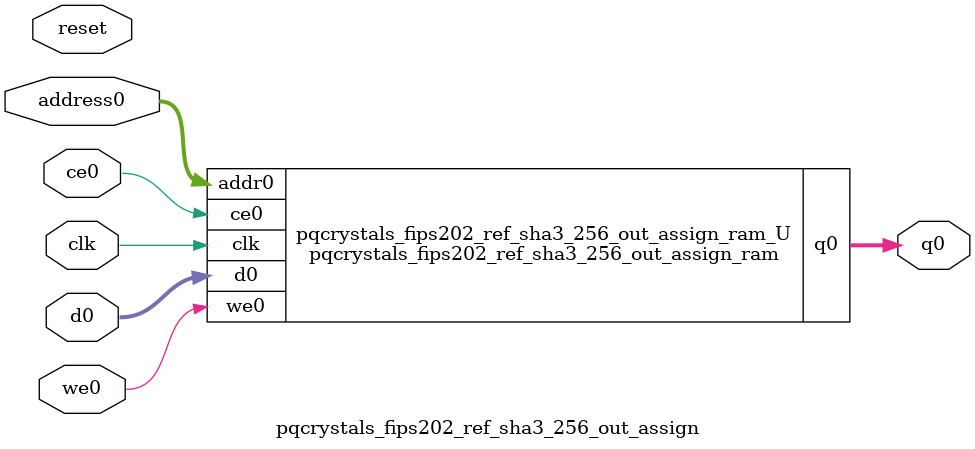
<source format=v>
`timescale 1 ns / 1 ps
module pqcrystals_fips202_ref_sha3_256_out_assign_ram (addr0, ce0, d0, we0, q0,  clk);

parameter DWIDTH = 8;
parameter AWIDTH = 8;
parameter MEM_SIZE = 136;

input[AWIDTH-1:0] addr0;
input ce0;
input[DWIDTH-1:0] d0;
input we0;
output reg[DWIDTH-1:0] q0;
input clk;

(* ram_style = "block" *)reg [DWIDTH-1:0] ram[0:MEM_SIZE-1];




always @(posedge clk)  
begin 
    if (ce0) 
    begin
        if (we0) 
        begin 
            ram[addr0] <= d0; 
        end 
        q0 <= ram[addr0];
    end
end


endmodule

`timescale 1 ns / 1 ps
module pqcrystals_fips202_ref_sha3_256_out_assign(
    reset,
    clk,
    address0,
    ce0,
    we0,
    d0,
    q0);

parameter DataWidth = 32'd8;
parameter AddressRange = 32'd136;
parameter AddressWidth = 32'd8;
input reset;
input clk;
input[AddressWidth - 1:0] address0;
input ce0;
input we0;
input[DataWidth - 1:0] d0;
output[DataWidth - 1:0] q0;



pqcrystals_fips202_ref_sha3_256_out_assign_ram pqcrystals_fips202_ref_sha3_256_out_assign_ram_U(
    .clk( clk ),
    .addr0( address0 ),
    .ce0( ce0 ),
    .we0( we0 ),
    .d0( d0 ),
    .q0( q0 ));

endmodule


</source>
